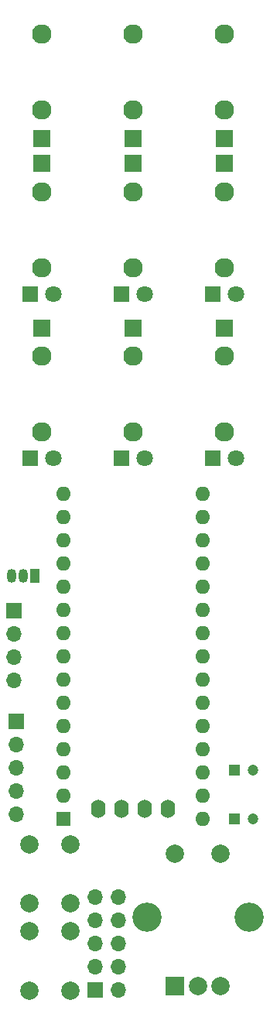
<source format=gbr>
%TF.GenerationSoftware,KiCad,Pcbnew,7.0.10-7.0.10~ubuntu22.04.1*%
%TF.CreationDate,2024-05-18T14:45:39+03:00*%
%TF.ProjectId,gtoe,67746f65-2e6b-4696-9361-645f70636258,rev?*%
%TF.SameCoordinates,Original*%
%TF.FileFunction,Soldermask,Top*%
%TF.FilePolarity,Negative*%
%FSLAX46Y46*%
G04 Gerber Fmt 4.6, Leading zero omitted, Abs format (unit mm)*
G04 Created by KiCad (PCBNEW 7.0.10-7.0.10~ubuntu22.04.1) date 2024-05-18 14:45:39*
%MOMM*%
%LPD*%
G01*
G04 APERTURE LIST*
%ADD10R,1.930000X1.830000*%
%ADD11C,2.130000*%
%ADD12C,2.000000*%
%ADD13R,1.800000X1.800000*%
%ADD14C,1.800000*%
%ADD15O,1.600000X2.000000*%
%ADD16R,2.000000X2.000000*%
%ADD17C,3.200000*%
%ADD18R,1.200000X1.200000*%
%ADD19C,1.200000*%
%ADD20R,1.700000X1.700000*%
%ADD21O,1.700000X1.700000*%
%ADD22R,1.600000X1.600000*%
%ADD23O,1.600000X1.600000*%
%ADD24R,1.050000X1.500000*%
%ADD25O,1.050000X1.500000*%
G04 APERTURE END LIST*
D10*
%TO.C,J9*%
X124800000Y-52780000D03*
D11*
X124800000Y-41380000D03*
X124800000Y-49680000D03*
%TD*%
D12*
%TO.C,SW3*%
X103450000Y-146000000D03*
X103450000Y-139500000D03*
X107950000Y-139500000D03*
X107950000Y-146000000D03*
%TD*%
D13*
%TO.C,D5*%
X113530000Y-87800000D03*
D14*
X116070000Y-87800000D03*
%TD*%
D10*
%TO.C,J2*%
X114800000Y-55520000D03*
D11*
X114800000Y-66920000D03*
X114800000Y-58620000D03*
%TD*%
D10*
%TO.C,J5*%
X114800000Y-73520000D03*
D11*
X114800000Y-84920000D03*
X114800000Y-76620000D03*
%TD*%
D13*
%TO.C,D4*%
X103530000Y-87800000D03*
D14*
X106070000Y-87800000D03*
%TD*%
D13*
%TO.C,D3*%
X123530000Y-69800000D03*
D14*
X126070000Y-69800000D03*
%TD*%
D15*
%TO.C,Screen*%
X118621000Y-126100000D03*
X116081000Y-126100000D03*
X113541000Y-126100000D03*
X111000000Y-126100000D03*
%TD*%
D10*
%TO.C,J3*%
X124800000Y-55520000D03*
D11*
X124800000Y-66920000D03*
X124800000Y-58620000D03*
%TD*%
D13*
%TO.C,D2*%
X113530000Y-69800000D03*
D14*
X116070000Y-69800000D03*
%TD*%
D16*
%TO.C,SW2*%
X119400000Y-145500000D03*
D12*
X124400000Y-145500000D03*
X121900000Y-145500000D03*
D17*
X116300000Y-138000000D03*
X127500000Y-138000000D03*
D12*
X124400000Y-131000000D03*
X119400000Y-131000000D03*
%TD*%
D10*
%TO.C,J8*%
X114800000Y-52780000D03*
D11*
X114800000Y-41380000D03*
X114800000Y-49680000D03*
%TD*%
D10*
%TO.C,J6*%
X124800000Y-73520000D03*
D11*
X124800000Y-84920000D03*
X124800000Y-76620000D03*
%TD*%
D10*
%TO.C,J1*%
X104800000Y-55520000D03*
D11*
X104800000Y-66920000D03*
X104800000Y-58620000D03*
%TD*%
D13*
%TO.C,D6*%
X123530000Y-87800000D03*
D14*
X126070000Y-87800000D03*
%TD*%
D13*
%TO.C,D1*%
X103530000Y-69800000D03*
D14*
X106070000Y-69800000D03*
%TD*%
D10*
%TO.C,J4*%
X104800000Y-73520000D03*
D11*
X104800000Y-84920000D03*
X104800000Y-76620000D03*
%TD*%
D10*
%TO.C,J7*%
X104800000Y-52780000D03*
D11*
X104800000Y-41380000D03*
X104800000Y-49680000D03*
%TD*%
D12*
%TO.C,SW1*%
X103450000Y-136500000D03*
X103450000Y-130000000D03*
X107950000Y-130000000D03*
X107950000Y-136500000D03*
%TD*%
D18*
%TO.C,C1*%
X125900000Y-127200000D03*
D19*
X127900000Y-127200000D03*
%TD*%
D20*
%TO.C,LINK*%
X101800000Y-104450000D03*
D21*
X101800000Y-106990000D03*
X101800000Y-109530000D03*
X101800000Y-112070000D03*
%TD*%
D22*
%TO.C,A1*%
X107175000Y-127200000D03*
D23*
X107175000Y-124660000D03*
X107175000Y-122120000D03*
X107175000Y-119580000D03*
X107175000Y-117040000D03*
X107175000Y-114500000D03*
X107175000Y-111960000D03*
X107175000Y-109420000D03*
X107175000Y-106880000D03*
X107175000Y-104340000D03*
X107175000Y-101800000D03*
X107175000Y-99260000D03*
X107175000Y-96720000D03*
X107175000Y-94180000D03*
X107175000Y-91640000D03*
X122415000Y-91640000D03*
X122415000Y-94180000D03*
X122415000Y-96720000D03*
X122415000Y-99260000D03*
X122415000Y-101800000D03*
X122415000Y-104340000D03*
X122415000Y-106880000D03*
X122415000Y-109420000D03*
X122415000Y-111960000D03*
X122415000Y-114500000D03*
X122415000Y-117040000D03*
X122415000Y-119580000D03*
X122415000Y-122120000D03*
X122415000Y-124660000D03*
X122415000Y-127200000D03*
%TD*%
D20*
%TO.C,MIDI*%
X102000000Y-116525000D03*
D21*
X102000000Y-119065000D03*
X102000000Y-121605000D03*
X102000000Y-124145000D03*
X102000000Y-126685000D03*
%TD*%
D18*
%TO.C,C2*%
X125900000Y-121900000D03*
D19*
X127900000Y-121900000D03*
%TD*%
D24*
%TO.C,Q1*%
X104020000Y-100610000D03*
D25*
X102750000Y-100610000D03*
X101480000Y-100610000D03*
%TD*%
D21*
%TO.C,J10*%
X113180000Y-135800000D03*
X110640000Y-135800000D03*
X113180000Y-138340000D03*
X110640000Y-138340000D03*
X113180000Y-140880000D03*
X110640000Y-140880000D03*
X113180000Y-143420000D03*
X110640000Y-143420000D03*
X113180000Y-145960000D03*
D20*
X110640000Y-145960000D03*
%TD*%
M02*

</source>
